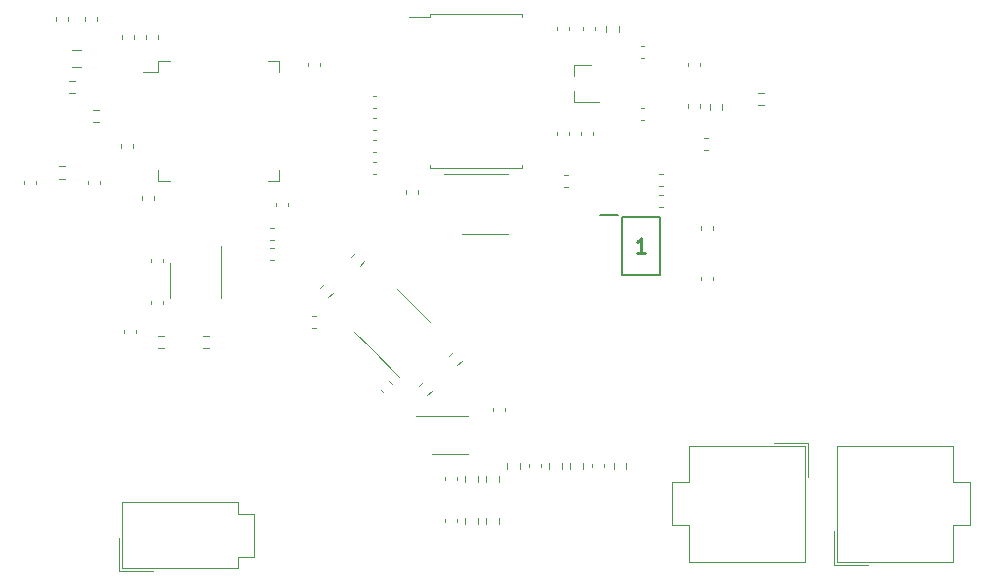
<source format=gto>
%TF.GenerationSoftware,KiCad,Pcbnew,(6.0.11)*%
%TF.CreationDate,2023-07-03T20:40:41+10:00*%
%TF.ProjectId,LV_MASTER_A_SAMPLE,4c565f4d-4153-4544-9552-5f415f53414d,1*%
%TF.SameCoordinates,Original*%
%TF.FileFunction,Legend,Top*%
%TF.FilePolarity,Positive*%
%FSLAX46Y46*%
G04 Gerber Fmt 4.6, Leading zero omitted, Abs format (unit mm)*
G04 Created by KiCad (PCBNEW (6.0.11)) date 2023-07-03 20:40:41*
%MOMM*%
%LPD*%
G01*
G04 APERTURE LIST*
%ADD10C,0.254000*%
%ADD11C,0.120000*%
%ADD12C,0.100000*%
%ADD13C,0.200000*%
G04 APERTURE END LIST*
D10*
%TO.C,1*%
X163303857Y-94808523D02*
X162578142Y-94808523D01*
X162941000Y-94808523D02*
X162941000Y-93538523D01*
X162820047Y-93719952D01*
X162699095Y-93840904D01*
X162578142Y-93901380D01*
D11*
%TO.C,U1*%
X132301200Y-78547400D02*
X132301200Y-79497400D01*
X123031200Y-88767400D02*
X122081200Y-88767400D01*
X131351200Y-78547400D02*
X132301200Y-78547400D01*
X131351200Y-88767400D02*
X132301200Y-88767400D01*
X132301200Y-88767400D02*
X132301200Y-87817400D01*
X122081200Y-88767400D02*
X122081200Y-87817400D01*
X123031200Y-78547400D02*
X122081200Y-78547400D01*
X122081200Y-78547400D02*
X122081200Y-79497400D01*
X122081200Y-79497400D02*
X120741200Y-79497400D01*
D12*
%TO.C,Y2*%
X114730000Y-77620000D02*
X115530000Y-77620000D01*
X114730000Y-79120000D02*
X115530000Y-79120000D01*
D11*
%TO.C,C51*%
X144020000Y-89808267D02*
X144020000Y-89515733D01*
X143000000Y-89808267D02*
X143000000Y-89515733D01*
%TO.C,C44*%
X150366000Y-107930733D02*
X150366000Y-108223267D01*
X151386000Y-107930733D02*
X151386000Y-108223267D01*
%TO.C,R22*%
X161685500Y-112648276D02*
X161685500Y-113157724D01*
X160640500Y-112648276D02*
X160640500Y-113157724D01*
%TO.C,R17*%
X149112500Y-114250224D02*
X149112500Y-113740776D01*
X148067500Y-114250224D02*
X148067500Y-113740776D01*
%TO.C,U4*%
X148971000Y-74643000D02*
X152831000Y-74643000D01*
X145111000Y-74643000D02*
X145111000Y-74878000D01*
X152831000Y-87663000D02*
X152831000Y-87428000D01*
X148971000Y-87663000D02*
X145111000Y-87663000D01*
X145111000Y-87663000D02*
X145111000Y-87428000D01*
X145111000Y-74878000D02*
X143296000Y-74878000D01*
X148971000Y-74643000D02*
X145111000Y-74643000D01*
X148971000Y-87663000D02*
X152831000Y-87663000D01*
X152831000Y-74643000D02*
X152831000Y-74878000D01*
%TO.C,C26*%
X140507767Y-88140000D02*
X140215233Y-88140000D01*
X140507767Y-87120000D02*
X140215233Y-87120000D01*
%TO.C,R20*%
X150890500Y-117270276D02*
X150890500Y-117779724D01*
X149845500Y-117270276D02*
X149845500Y-117779724D01*
%TO.C,C3*%
X113370000Y-75164567D02*
X113370000Y-74872033D01*
X114390000Y-75164567D02*
X114390000Y-74872033D01*
%TO.C,C48*%
X159768000Y-112999267D02*
X159768000Y-112706733D01*
X158748000Y-112999267D02*
X158748000Y-112706733D01*
%TO.C,C39*%
X119124000Y-101645767D02*
X119124000Y-101353233D01*
X120144000Y-101645767D02*
X120144000Y-101353233D01*
%TO.C,U8*%
X146771000Y-111846000D02*
X145271000Y-111846000D01*
X146771000Y-108626000D02*
X143846000Y-108626000D01*
X146771000Y-111846000D02*
X148271000Y-111846000D01*
X146771000Y-108626000D02*
X148271000Y-108626000D01*
%TO.C,C28*%
X140507767Y-82552000D02*
X140215233Y-82552000D01*
X140507767Y-81532000D02*
X140215233Y-81532000D01*
%TO.C,C47*%
X146302000Y-117621267D02*
X146302000Y-117328733D01*
X147322000Y-117621267D02*
X147322000Y-117328733D01*
%TO.C,U7*%
X143669193Y-99281807D02*
X145048052Y-100660665D01*
X140048807Y-102902193D02*
X142488325Y-105341712D01*
X143669193Y-99281807D02*
X142290335Y-97902948D01*
X140048807Y-102902193D02*
X138669948Y-101523335D01*
%TO.C,C25*%
X140507767Y-84430500D02*
X140215233Y-84430500D01*
X140507767Y-83410500D02*
X140215233Y-83410500D01*
%TO.C,R18*%
X156224500Y-112648276D02*
X156224500Y-113157724D01*
X155179500Y-112648276D02*
X155179500Y-113157724D01*
%TO.C,R12*%
X136830815Y-98223111D02*
X136470581Y-98583345D01*
X136091889Y-97484185D02*
X135731655Y-97844419D01*
%TO.C,C10*%
X118908800Y-85911867D02*
X118908800Y-85619333D01*
X119928800Y-85911867D02*
X119928800Y-85619333D01*
%TO.C,R19*%
X152668500Y-113157724D02*
X152668500Y-112648276D01*
X151623500Y-113157724D02*
X151623500Y-112648276D01*
%TO.C,C31*%
X155827000Y-84881767D02*
X155827000Y-84589233D01*
X156847000Y-84881767D02*
X156847000Y-84589233D01*
%TO.C,R5*%
X161050500Y-75640776D02*
X161050500Y-76150224D01*
X160005500Y-75640776D02*
X160005500Y-76150224D01*
%TO.C,C11*%
X131541833Y-95430000D02*
X131834367Y-95430000D01*
X131541833Y-94410000D02*
X131834367Y-94410000D01*
%TO.C,U6*%
X123031200Y-97155000D02*
X123031200Y-95655000D01*
X123031200Y-97155000D02*
X123031200Y-98655000D01*
X127351200Y-97155000D02*
X127351200Y-94280000D01*
X127351200Y-97155000D02*
X127351200Y-98655000D01*
%TO.C,C4*%
X116890000Y-75164567D02*
X116890000Y-74872033D01*
X115870000Y-75164567D02*
X115870000Y-74872033D01*
%TO.C,R24*%
X114537776Y-80245700D02*
X115047224Y-80245700D01*
X114537776Y-81290700D02*
X115047224Y-81290700D01*
%TO.C,R14*%
X146643420Y-103569654D02*
X147003654Y-103209420D01*
X147382346Y-104308580D02*
X147742580Y-103948346D01*
%TO.C,C52*%
X156737267Y-89283000D02*
X156444733Y-89283000D01*
X156737267Y-88263000D02*
X156444733Y-88263000D01*
%TO.C,C40*%
X121410000Y-95618267D02*
X121410000Y-95325733D01*
X122430000Y-95618267D02*
X122430000Y-95325733D01*
%TO.C,R16*%
X150890500Y-113740776D02*
X150890500Y-114250224D01*
X149845500Y-113740776D02*
X149845500Y-114250224D01*
%TO.C,C2*%
X117109400Y-88742433D02*
X117109400Y-89034967D01*
X116089400Y-88742433D02*
X116089400Y-89034967D01*
%TO.C,C32*%
X155827000Y-75991767D02*
X155827000Y-75699233D01*
X156847000Y-75991767D02*
X156847000Y-75699233D01*
%TO.C,C27*%
X140507767Y-86261500D02*
X140215233Y-86261500D01*
X140507767Y-85241500D02*
X140215233Y-85241500D01*
%TO.C,U9*%
X149733000Y-93238000D02*
X147783000Y-93238000D01*
X149733000Y-93238000D02*
X151683000Y-93238000D01*
X149733000Y-88118000D02*
X151683000Y-88118000D01*
X149733000Y-88118000D02*
X146283000Y-88118000D01*
%TO.C,C36*%
X166876000Y-79039767D02*
X166876000Y-78747233D01*
X167896000Y-79039767D02*
X167896000Y-78747233D01*
D13*
%TO.C,1*%
X161341000Y-96684000D02*
X161341000Y-91784000D01*
X161341000Y-91784000D02*
X164541000Y-91784000D01*
X164541000Y-91784000D02*
X164541000Y-96684000D01*
X159466000Y-91654000D02*
X160991000Y-91654000D01*
X164541000Y-96684000D02*
X161341000Y-96684000D01*
D11*
%TO.C,C34*%
X162921733Y-82548000D02*
X163214267Y-82548000D01*
X162921733Y-83568000D02*
X163214267Y-83568000D01*
%TO.C,C56*%
X169039000Y-92590233D02*
X169039000Y-92882767D01*
X168019000Y-92590233D02*
X168019000Y-92882767D01*
%TO.C,C29*%
X157986000Y-75991767D02*
X157986000Y-75699233D01*
X159006000Y-75991767D02*
X159006000Y-75699233D01*
%TO.C,C54*%
X164764767Y-90934000D02*
X164472233Y-90934000D01*
X164764767Y-89914000D02*
X164472233Y-89914000D01*
%TO.C,R7*%
X168768500Y-82191776D02*
X168768500Y-82701224D01*
X169813500Y-82191776D02*
X169813500Y-82701224D01*
%TO.C,R4*%
X114187124Y-87503700D02*
X113677676Y-87503700D01*
X114187124Y-88548700D02*
X113677676Y-88548700D01*
%TO.C,C5*%
X119000000Y-76700767D02*
X119000000Y-76408233D01*
X120020000Y-76700767D02*
X120020000Y-76408233D01*
%TO.C,R21*%
X149112500Y-117779724D02*
X149112500Y-117270276D01*
X148067500Y-117779724D02*
X148067500Y-117270276D01*
%TO.C,C9*%
X120648000Y-90316267D02*
X120648000Y-90023733D01*
X121668000Y-90316267D02*
X121668000Y-90023733D01*
%TO.C,D6*%
X157228000Y-82098000D02*
X159388000Y-82098000D01*
X157228000Y-78938000D02*
X158688000Y-78938000D01*
X157228000Y-82098000D02*
X157228000Y-81168000D01*
X157228000Y-78938000D02*
X157228000Y-79868000D01*
%TO.C,C30*%
X158879000Y-84881767D02*
X158879000Y-84589233D01*
X157859000Y-84881767D02*
X157859000Y-84589233D01*
%TO.C,C55*%
X169039000Y-97147767D02*
X169039000Y-96855233D01*
X168019000Y-97147767D02*
X168019000Y-96855233D01*
%TO.C,C37*%
X168574767Y-86108000D02*
X168282233Y-86108000D01*
X168574767Y-85088000D02*
X168282233Y-85088000D01*
%TO.C,C35*%
X167896000Y-82250233D02*
X167896000Y-82542767D01*
X166876000Y-82250233D02*
X166876000Y-82542767D01*
%TO.C,R9*%
X122069776Y-102884500D02*
X122579224Y-102884500D01*
X122069776Y-101839500D02*
X122579224Y-101839500D01*
%TO.C,C42*%
X135108733Y-100201000D02*
X135401267Y-100201000D01*
X135108733Y-101221000D02*
X135401267Y-101221000D01*
%TO.C,R6*%
X173355724Y-82310500D02*
X172846276Y-82310500D01*
X173355724Y-81265500D02*
X172846276Y-81265500D01*
%TO.C,C1*%
X111750000Y-88742433D02*
X111750000Y-89034967D01*
X110730000Y-88742433D02*
X110730000Y-89034967D01*
%TO.C,C12*%
X131541833Y-92730000D02*
X131834367Y-92730000D01*
X131541833Y-93750000D02*
X131834367Y-93750000D01*
%TO.C,C53*%
X164764767Y-88136000D02*
X164472233Y-88136000D01*
X164764767Y-89156000D02*
X164472233Y-89156000D01*
%TO.C,C45*%
X147322000Y-114091767D02*
X147322000Y-113799233D01*
X146302000Y-114091767D02*
X146302000Y-113799233D01*
%TO.C,R28*%
X117031924Y-83773500D02*
X116522476Y-83773500D01*
X117031924Y-82728500D02*
X116522476Y-82728500D01*
%TO.C,C33*%
X162921733Y-78361000D02*
X163214267Y-78361000D01*
X162921733Y-77341000D02*
X163214267Y-77341000D01*
%TO.C,C43*%
X140886949Y-106429198D02*
X141093802Y-106636051D01*
X141608198Y-105707949D02*
X141815051Y-105914802D01*
%TO.C,J5*%
X118977000Y-118745000D02*
X118977000Y-115935000D01*
X118737000Y-118945000D02*
X118737000Y-121795000D01*
X128797000Y-115935000D02*
X128797000Y-116935000D01*
X128797000Y-116935000D02*
X130197000Y-116935000D01*
X128797000Y-121555000D02*
X128797000Y-120555000D01*
X130197000Y-116935000D02*
X130197000Y-118745000D01*
X128797000Y-120555000D02*
X130197000Y-120555000D01*
X118737000Y-121795000D02*
X121587000Y-121795000D01*
X118977000Y-121555000D02*
X128797000Y-121555000D01*
X130197000Y-120555000D02*
X130197000Y-118745000D01*
X118977000Y-118745000D02*
X118977000Y-121555000D01*
X118977000Y-115935000D02*
X128797000Y-115935000D01*
%TO.C,C41*%
X121410000Y-98908233D02*
X121410000Y-99200767D01*
X122430000Y-98908233D02*
X122430000Y-99200767D01*
%TO.C,C7*%
X134740000Y-78743733D02*
X134740000Y-79036267D01*
X135760000Y-78743733D02*
X135760000Y-79036267D01*
%TO.C,R23*%
X158002500Y-113157724D02*
X158002500Y-112648276D01*
X156957500Y-113157724D02*
X156957500Y-112648276D01*
%TO.C,J7*%
X190776000Y-117888000D02*
X190776000Y-116078000D01*
X179556000Y-120988000D02*
X189376000Y-120988000D01*
X190776000Y-114268000D02*
X190776000Y-116078000D01*
X179316000Y-121228000D02*
X182166000Y-121228000D01*
X179556000Y-116078000D02*
X179556000Y-111168000D01*
X179556000Y-116078000D02*
X179556000Y-120988000D01*
X179556000Y-111168000D02*
X189376000Y-111168000D01*
X179316000Y-118378000D02*
X179316000Y-121228000D01*
X189376000Y-114268000D02*
X190776000Y-114268000D01*
X189376000Y-117888000D02*
X190776000Y-117888000D01*
X189376000Y-111168000D02*
X189376000Y-114268000D01*
X189376000Y-120988000D02*
X189376000Y-117888000D01*
%TO.C,R15*%
X144463654Y-105749420D02*
X144103420Y-106109654D01*
X145202580Y-106488346D02*
X144842346Y-106848580D01*
%TO.C,R13*%
X138398655Y-95177419D02*
X138758889Y-94817185D01*
X139137581Y-95916345D02*
X139497815Y-95556111D01*
%TO.C,C46*%
X153414000Y-112999267D02*
X153414000Y-112706733D01*
X154434000Y-112999267D02*
X154434000Y-112706733D01*
%TO.C,J6*%
X176806000Y-116078000D02*
X176806000Y-120988000D01*
X166986000Y-114268000D02*
X165586000Y-114268000D01*
X166986000Y-111168000D02*
X166986000Y-114268000D01*
X176806000Y-111168000D02*
X166986000Y-111168000D01*
X176806000Y-116078000D02*
X176806000Y-111168000D01*
X166986000Y-117888000D02*
X165586000Y-117888000D01*
X166986000Y-120988000D02*
X166986000Y-117888000D01*
X177046000Y-113778000D02*
X177046000Y-110928000D01*
X176806000Y-120988000D02*
X166986000Y-120988000D01*
X165586000Y-117888000D02*
X165586000Y-116078000D01*
X165586000Y-114268000D02*
X165586000Y-116078000D01*
X177046000Y-110928000D02*
X174196000Y-110928000D01*
%TO.C,C6*%
X120990000Y-76700767D02*
X120990000Y-76408233D01*
X122010000Y-76700767D02*
X122010000Y-76408233D01*
%TO.C,C8*%
X133060600Y-90597733D02*
X133060600Y-90890267D01*
X132040600Y-90597733D02*
X132040600Y-90890267D01*
%TO.C,R8*%
X125879776Y-101839500D02*
X126389224Y-101839500D01*
X125879776Y-102884500D02*
X126389224Y-102884500D01*
%TD*%
M02*

</source>
